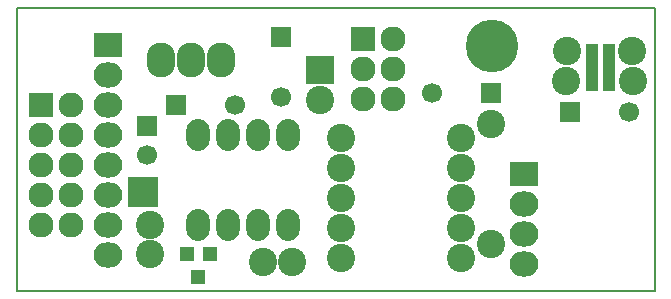
<source format=gbr>
G04 #@! TF.FileFunction,Soldermask,Top*
%FSLAX46Y46*%
G04 Gerber Fmt 4.6, Leading zero omitted, Abs format (unit mm)*
G04 Created by KiCad (PCBNEW 4.0.1-stable) date Mittwoch, 17. Februar 2016 08:22:04*
%MOMM*%
G01*
G04 APERTURE LIST*
%ADD10C,0.100000*%
%ADD11C,0.150000*%
%ADD12C,4.464000*%
%ADD13C,2.398980*%
%ADD14R,1.700000X1.700000*%
%ADD15C,1.700000*%
%ADD16R,1.120000X1.000000*%
%ADD17R,1.200100X1.200100*%
%ADD18R,2.127200X2.127200*%
%ADD19O,2.127200X2.127200*%
%ADD20R,2.432000X2.127200*%
%ADD21O,2.432000X2.127200*%
%ADD22R,2.635200X2.635200*%
%ADD23O,2.000000X2.700000*%
%ADD24R,2.400000X2.400000*%
%ADD25C,2.400000*%
%ADD26O,2.432000X2.940000*%
G04 APERTURE END LIST*
D10*
D11*
X0Y24000000D02*
X0Y0D01*
X54000000Y24000000D02*
X0Y24000000D01*
X54000000Y24000000D02*
X54000000Y0D01*
X0Y0D02*
X54000000Y0D01*
D12*
X40259000Y20701000D03*
D13*
X11303000Y3088640D03*
X11303000Y5588000D03*
X23327360Y2413000D03*
X20828000Y2413000D03*
D14*
X11000000Y14000000D03*
D15*
X11000000Y11500000D03*
D13*
X46482000Y17780000D03*
X52070000Y20320000D03*
X46609000Y20320000D03*
X52197000Y17780000D03*
D16*
X50103000Y20378000D03*
X48703000Y20378000D03*
X50103000Y19408000D03*
X48703000Y19408000D03*
X50103000Y18438000D03*
X48703000Y18438000D03*
X50103000Y17468000D03*
X48703000Y17468000D03*
D13*
X40132000Y14097000D03*
X40132000Y3937000D03*
X37592000Y10414000D03*
X27432000Y10414000D03*
X37592000Y2794000D03*
X27432000Y2794000D03*
X27432000Y5334000D03*
X37592000Y5334000D03*
X27432000Y12954000D03*
X37592000Y12954000D03*
X37592000Y7874000D03*
X27432000Y7874000D03*
D17*
X16317000Y3159760D03*
X14417000Y3159760D03*
X15367000Y1160780D03*
D18*
X29337000Y21336000D03*
D19*
X31877000Y21336000D03*
X29337000Y18796000D03*
X31877000Y18796000D03*
X29337000Y16256000D03*
X31877000Y16256000D03*
D20*
X7747000Y20828000D03*
D21*
X7747000Y18288000D03*
X7747000Y15748000D03*
X7747000Y13208000D03*
X7747000Y10668000D03*
X7747000Y8128000D03*
X7747000Y5588000D03*
X7747000Y3048000D03*
D22*
X10650000Y8350000D03*
D18*
X2032000Y15748000D03*
D19*
X4572000Y15748000D03*
X2032000Y13208000D03*
X4572000Y13208000D03*
X2032000Y10668000D03*
X4572000Y10668000D03*
X2032000Y8128000D03*
X4572000Y8128000D03*
X2032000Y5588000D03*
X4572000Y5588000D03*
D23*
X15367000Y5588000D03*
X17907000Y5588000D03*
X20447000Y5588000D03*
X22987000Y5588000D03*
X22987000Y13208000D03*
X20447000Y13208000D03*
X17907000Y13208000D03*
X15367000Y13208000D03*
D24*
X25654000Y18669000D03*
D25*
X25654000Y16129000D03*
D14*
X46863000Y15113000D03*
D15*
X51863000Y15113000D03*
D14*
X40132000Y16764000D03*
D15*
X35132000Y16764000D03*
D14*
X13462000Y15748000D03*
D15*
X18462000Y15748000D03*
D14*
X22352000Y21463000D03*
D15*
X22352000Y16463000D03*
D20*
X42926000Y9906000D03*
D21*
X42926000Y7366000D03*
X42926000Y4826000D03*
X42926000Y2286000D03*
D26*
X14732000Y19558000D03*
X17272000Y19558000D03*
X12192000Y19558000D03*
M02*

</source>
